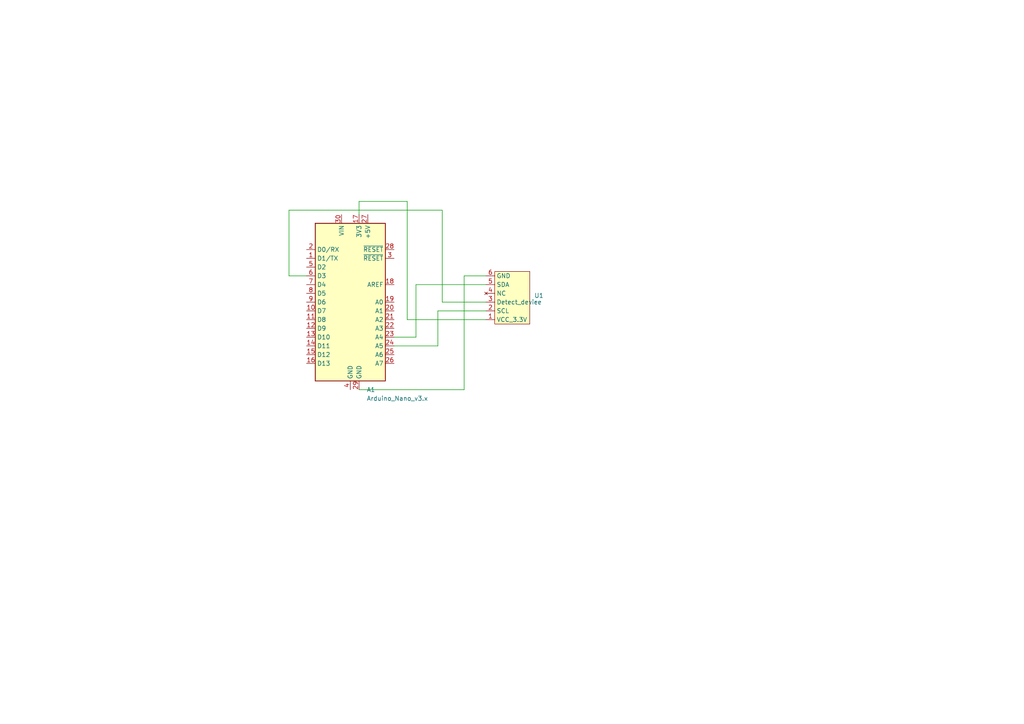
<source format=kicad_sch>
(kicad_sch (version 20231120) (generator "eeschema") (generator_version "8.0")
  (paper "A4")
  (lib_symbols
    (symbol "MCU_Module:Arduino_Nano_v3.x"
      (property "Reference" "A" (at -10.16 23.495 0))
      (property "Value" "Arduino_Nano_v3.x" (at 5.08 -24.13 0))
      (symbol "Arduino_Nano_v3.x_0_1"
        (rectangle (start -10.16 22.86) (end 10.16 -22.86) (stroke (width 0.254)) (fill (type background)))
      )
      (symbol "Arduino_Nano_v3.x_1_1"
        (pin bidirectional line (at -12.7 12.7 0) (length 2.54) (name "D1/TX") (number "1"))
        (pin bidirectional line (at -12.7 -2.54 0) (length 2.54) (name "D7") (number "10"))
        (pin bidirectional line (at -12.7 -5.08 0) (length 2.54) (name "D8") (number "11"))
        (pin bidirectional line (at -12.7 -7.62 0) (length 2.54) (name "D9") (number "12"))
        (pin bidirectional line (at -12.7 -10.16 0) (length 2.54) (name "D10") (number "13"))
        (pin bidirectional line (at -12.7 -12.7 0) (length 2.54) (name "D11") (number "14"))
        (pin bidirectional line (at -12.7 -15.24 0) (length 2.54) (name "D12") (number "15"))
        (pin bidirectional line (at -12.7 -17.78 0) (length 2.54) (name "D13") (number "16"))
        (pin power_out line (at 2.54 25.4 270) (length 2.54) (name "3V3") (number "17"))
        (pin input line (at 12.7 5.08 180) (length 2.54) (name "AREF") (number "18"))
        (pin bidirectional line (at 12.7 0 180) (length 2.54) (name "A0") (number "19"))
        (pin bidirectional line (at -12.7 15.24 0) (length 2.54) (name "D0/RX") (number "2"))
        (pin bidirectional line (at 12.7 -2.54 180) (length 2.54) (name "A1") (number "20"))
        (pin bidirectional line (at 12.7 -5.08 180) (length 2.54) (name "A2") (number "21"))
        (pin bidirectional line (at 12.7 -7.62 180) (length 2.54) (name "A3") (number "22"))
        (pin bidirectional line (at 12.7 -10.16 180) (length 2.54) (name "A4") (number "23"))
        (pin bidirectional line (at 12.7 -12.7 180) (length 2.54) (name "A5") (number "24"))
        (pin bidirectional line (at 12.7 -15.24 180) (length 2.54) (name "A6") (number "25"))
        (pin bidirectional line (at 12.7 -17.78 180) (length 2.54) (name "A7") (number "26"))
        (pin power_out line (at 5.08 25.4 270) (length 2.54) (name "+5V") (number "27"))
        (pin input line (at 12.7 15.24 180) (length 2.54) (name "~{RESET}") (number "28"))
        (pin power_in line (at 2.54 -25.4 90) (length 2.54) (name "GND") (number "29"))
        (pin input line (at 12.7 12.7 180) (length 2.54) (name "~{RESET}") (number "3"))
        (pin power_in line (at -2.54 25.4 270) (length 2.54) (name "VIN") (number "30"))
        (pin power_in line (at 0 -25.4 90) (length 2.54) (name "GND") (number "4"))
        (pin bidirectional line (at -12.7 10.16 0) (length 2.54) (name "D2") (number "5"))
        (pin bidirectional line (at -12.7 7.62 0) (length 2.54) (name "D3") (number "6"))
        (pin bidirectional line (at -12.7 5.08 0) (length 2.54) (name "D4") (number "7"))
        (pin bidirectional line (at -12.7 2.54 0) (length 2.54) (name "D5") (number "8"))
        (pin bidirectional line (at -12.7 0 0) (length 2.54) (name "D6") (number "9"))
      )
    )
    (symbol "Symbols_cez:Wii_nunchuk"
      (property "Reference" "U" (at -1.778 -3.048 0))
      (symbol "Wii_nunchuk_1_1"
        (rectangle (start 0 11.43) (end 10.16 -3.81) (fill (type background)))
        (pin power_in line (at 12.7 10.16 180) (length 2.54) (name "VCC_3.3V") (number "1"))
        (pin passive line (at 12.7 7.62 180) (length 2.54) (name "SCL") (number "2"))
        (pin passive line (at 12.7 5.08 180) (length 2.54) (name "Detect_device") (number "3"))
        (pin no_connect line (at 12.7 2.54 180) (length 2.54) (name "NC") (number "4"))
        (pin passive line (at 12.7 0 180) (length 2.54) (name "SDA") (number "5"))
        (pin passive line (at 12.7 -2.54 180) (length 2.54) (name "GND") (number "6"))
      )
    )
  )
  (wire (pts (xy 134.62 113.03) (xy 104.14 113.03)))
  (wire (pts (xy 140.97 80.01) (xy 134.62 80.01)))
  (wire (pts (xy 118.11 92.71) (xy 118.11 58.42)))
  (wire (pts (xy 140.97 82.55) (xy 120.65 82.55)))
  (wire (pts (xy 127 90.17) (xy 140.97 90.17)))
  (wire (pts (xy 140.97 87.63) (xy 128.27 87.63)))
  (wire (pts (xy 83.82 80.01) (xy 88.9 80.01)))
  (wire (pts (xy 120.65 82.55) (xy 120.65 97.79)))
  (wire (pts (xy 127 100.33) (xy 114.3 100.33)))
  (wire (pts (xy 134.62 80.01) (xy 134.62 113.03)))
  (wire (pts (xy 83.82 60.96) (xy 83.82 80.01)))
  (wire (pts (xy 140.97 92.71) (xy 118.11 92.71)))
  (wire (pts (xy 104.14 58.42) (xy 104.14 62.23)))
  (wire (pts (xy 127 90.17) (xy 127 100.33)))
  (wire (pts (xy 120.65 97.79) (xy 114.3 97.79)))
  (wire (pts (xy 118.11 58.42) (xy 104.14 58.42)))
  (wire (pts (xy 128.27 87.63) (xy 128.27 60.96)))
  (wire (pts (xy 128.27 60.96) (xy 83.82 60.96)))
  (symbol (lib_id "Symbols_cez:Wii_nunchuk") (at 153.67 82.55 180) (unit 1)
    (property "Reference" "U1" (at 154.94 85.7249 0) (effects (justify right)))
    (property "Value" "~" (at 154.94 87.63 0) (effects (justify right)))
    (property "Footprint" "Footprints_cez:CONN_WII" (effects (hide yes)))
  )
  (symbol (lib_id "MCU_Module:Arduino_Nano_v3.x") (at 101.6 87.63 0) (unit 1)
    (property "Reference" "A1" (at 106.3341 113.03 0) (effects (justify left)))
    (property "Value" "Arduino_Nano_v3.x" (at 106.3341 115.57 0) (effects (justify left)))
    (property "Footprint" "Module:Arduino_Nano" (effects (hide yes)))
    (property "Datasheet" "http://www.mouser.com/pdfdocs/Gravitech_Arduino_Nano3_0.pdf" (effects (hide yes)))
    (property "Description" "Arduino Nano v3.x" (effects (hide yes)))
  )
)
</source>
